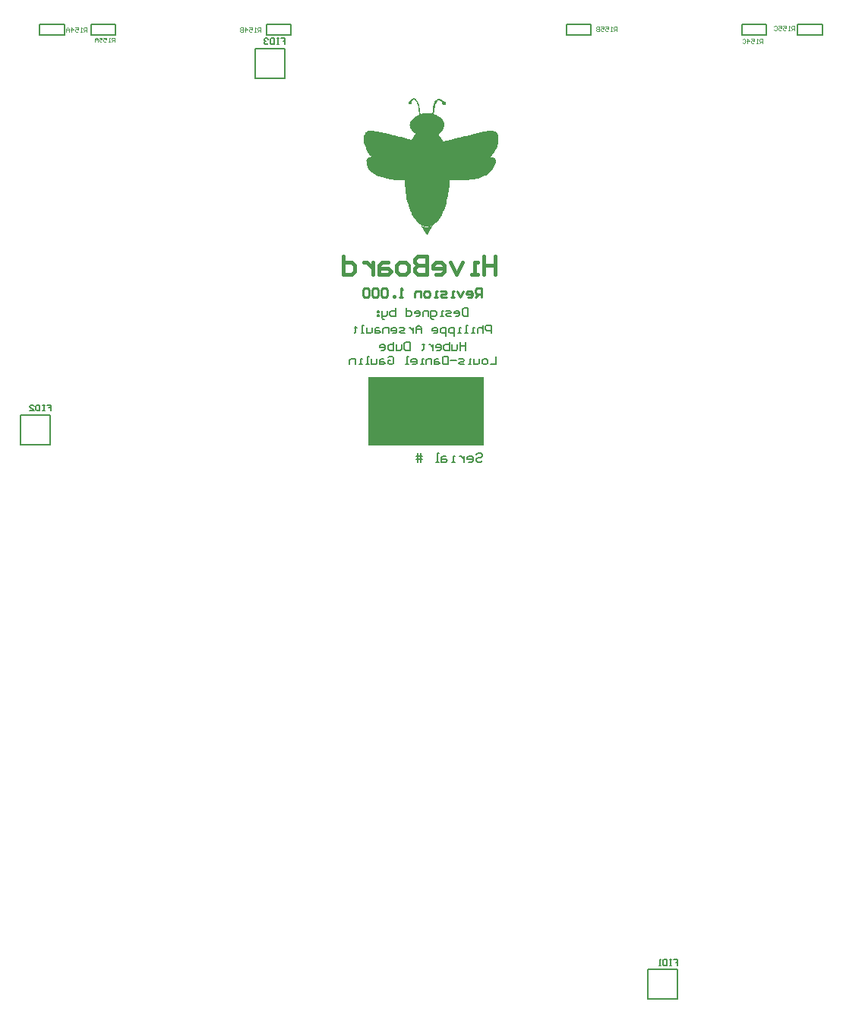
<source format=gbo>
G04*
G04 #@! TF.GenerationSoftware,Altium Limited,Altium Designer,20.1.11 (218)*
G04*
G04 Layer_Color=32896*
%FSLAX24Y24*%
%MOIN*%
G70*
G04*
G04 #@! TF.SameCoordinates,8E8D3587-AC64-4FAB-BC23-9619E2EF9FFF*
G04*
G04*
G04 #@! TF.FilePolarity,Positive*
G04*
G01*
G75*
%ADD11C,0.0157*%
%ADD12C,0.0050*%
%ADD17C,0.0079*%
%ADD18C,0.0060*%
%ADD23C,0.0047*%
%ADD344C,0.0090*%
%ADD345C,0.0080*%
%ADD346R,0.5086X0.3033*%
G36*
X21035Y39847D02*
X21050Y39840D01*
X21065Y39829D01*
X21087Y39815D01*
X21108Y39796D01*
X21130Y39767D01*
X21152Y39731D01*
X21178Y39687D01*
X21200Y39632D01*
X21221Y39567D01*
X21243Y39490D01*
X21261Y39399D01*
X21269Y39348D01*
X21280Y39297D01*
X21283Y39239D01*
X21291Y39177D01*
Y39166D01*
X21294D01*
X21298Y39158D01*
X21302D01*
X21316Y39162D01*
X21342Y39169D01*
X21371Y39177D01*
X21404Y39180D01*
X21440Y39188D01*
X21520Y39191D01*
X21655D01*
X21681Y39188D01*
X21710D01*
X21739Y39184D01*
X21808Y39169D01*
Y39173D01*
X21812Y39177D01*
X21816Y39191D01*
Y39195D01*
Y39206D01*
Y39220D01*
X21819Y39239D01*
Y39264D01*
X21823Y39297D01*
X21826Y39330D01*
X21834Y39366D01*
X21848Y39450D01*
X21874Y39545D01*
X21907Y39643D01*
X21950Y39745D01*
X21954Y39749D01*
X21961Y39756D01*
X21972Y39771D01*
X21990Y39785D01*
X22009Y39800D01*
X22027Y39815D01*
X22049Y39822D01*
X22067Y39826D01*
X22125D01*
X22140Y39818D01*
X22162Y39811D01*
X22187Y39796D01*
X22224Y39778D01*
X22260Y39749D01*
X22308Y39713D01*
X22322D01*
X22337Y39709D01*
X22355Y39702D01*
X22373Y39694D01*
X22388Y39680D01*
X22399Y39661D01*
X22402Y39636D01*
Y39618D01*
Y39614D01*
Y39607D01*
X22399Y39592D01*
X22391Y39581D01*
X22380Y39567D01*
X22366Y39552D01*
X22344Y39545D01*
X22315Y39541D01*
X22311D01*
X22304Y39545D01*
X22278Y39559D01*
X22253Y39581D01*
X22246Y39600D01*
X22242Y39618D01*
Y39629D01*
X22249Y39676D01*
X22246Y39680D01*
X22235Y39691D01*
X22216Y39705D01*
X22198Y39720D01*
X22173Y39734D01*
X22147Y39749D01*
X22122Y39760D01*
X22100Y39764D01*
X22078D01*
X22060Y39753D01*
X22049Y39745D01*
X22034Y39731D01*
X22020Y39713D01*
X22005Y39691D01*
X21987Y39658D01*
X21969Y39618D01*
X21950Y39570D01*
X21936Y39512D01*
X21918Y39443D01*
X21903Y39363D01*
X21888Y39271D01*
X21877Y39166D01*
Y39162D01*
Y39158D01*
X21881Y39155D01*
X21885Y39151D01*
X21888D01*
X21896Y39148D01*
X21907Y39144D01*
X21925Y39137D01*
X21969Y39118D01*
X22023Y39097D01*
X22082Y39064D01*
X22140Y39024D01*
X22198Y38976D01*
X22249Y38922D01*
X22253Y38918D01*
X22264Y38903D01*
X22278Y38881D01*
X22293Y38852D01*
X22308Y38819D01*
X22322Y38779D01*
X22333Y38739D01*
X22337Y38692D01*
Y38688D01*
Y38681D01*
Y38670D01*
X22333Y38652D01*
X22329Y38634D01*
X22322Y38612D01*
X22304Y38557D01*
X22293Y38524D01*
X22275Y38495D01*
X22257Y38462D01*
X22231Y38429D01*
X22202Y38397D01*
X22169Y38364D01*
X22129Y38331D01*
X22085Y38302D01*
X22078Y38273D01*
X22082Y38269D01*
X22093Y38255D01*
X22111Y38229D01*
X22133Y38196D01*
X22162Y38156D01*
X22191Y38105D01*
X22224Y38050D01*
X22260Y37988D01*
X22264Y37985D01*
X22275Y37977D01*
X22289Y37967D01*
X22300Y37963D01*
X22308D01*
X22319Y37967D01*
X22340Y37970D01*
X22370Y37974D01*
X22413Y37985D01*
X22439Y37988D01*
X22468Y37996D01*
X22504Y38003D01*
X22541Y38014D01*
X22585Y38021D01*
X22632Y38032D01*
X22683Y38047D01*
X22741Y38061D01*
X22803Y38076D01*
X22873Y38091D01*
X22949Y38112D01*
X23029Y38131D01*
X23117Y38152D01*
X23212Y38174D01*
X23314Y38203D01*
X23419Y38229D01*
X23536Y38258D01*
X23660Y38291D01*
X23791Y38324D01*
X23930Y38360D01*
X23933D01*
X23941Y38364D01*
X23955Y38368D01*
X23977Y38371D01*
X23999Y38375D01*
X24028Y38378D01*
X24094Y38393D01*
X24167Y38404D01*
X24243Y38411D01*
X24320Y38419D01*
X24389Y38422D01*
X24436D01*
X24454Y38419D01*
X24495Y38411D01*
X24542Y38400D01*
X24589Y38378D01*
X24637Y38346D01*
X24655Y38324D01*
X24673Y38302D01*
X24688Y38273D01*
X24699Y38240D01*
Y38233D01*
X24702Y38218D01*
X24706Y38193D01*
X24710Y38163D01*
X24713Y38098D01*
X24717Y38069D01*
Y38043D01*
Y38039D01*
Y38025D01*
X24713Y38003D01*
X24710Y37974D01*
X24706Y37934D01*
X24699Y37894D01*
X24688Y37843D01*
X24673Y37792D01*
X24651Y37733D01*
X24629Y37671D01*
X24600Y37609D01*
X24564Y37544D01*
X24520Y37474D01*
X24473Y37409D01*
X24418Y37340D01*
X24352Y37274D01*
X24382D01*
X24400Y37270D01*
X24436Y37267D01*
X24484Y37256D01*
X24527Y37238D01*
X24567Y37208D01*
X24582Y37194D01*
X24593Y37172D01*
X24600Y37146D01*
X24604Y37121D01*
Y37117D01*
Y37114D01*
X24600Y37092D01*
X24597Y37055D01*
X24586Y37012D01*
X24571Y36957D01*
X24549Y36895D01*
X24513Y36826D01*
X24469Y36756D01*
X24414Y36684D01*
X24382Y36647D01*
X24341Y36611D01*
X24301Y36574D01*
X24258Y36541D01*
X24207Y36505D01*
X24152Y36472D01*
X24094Y36443D01*
X24032Y36414D01*
X23962Y36385D01*
X23890Y36359D01*
X23809Y36337D01*
X23726Y36315D01*
X23634Y36297D01*
X23536Y36283D01*
X23525D01*
X23514Y36279D01*
X23500D01*
X23463Y36275D01*
X23412Y36272D01*
X23354Y36268D01*
X23292Y36264D01*
X23226Y36261D01*
X22851D01*
X22796Y36264D01*
X22661D01*
X22574Y36268D01*
X22559Y36250D01*
Y36228D01*
Y36221D01*
Y36206D01*
X22563Y36191D01*
X22566Y36181D01*
Y36177D01*
Y36162D01*
Y36140D01*
X22563Y36108D01*
Y36071D01*
X22559Y36020D01*
X22552Y35965D01*
X22545Y35903D01*
X22534Y35831D01*
X22523Y35750D01*
X22508Y35663D01*
X22493Y35568D01*
X22472Y35466D01*
X22450Y35357D01*
X22421Y35244D01*
X22391Y35120D01*
Y35116D01*
X22388Y35105D01*
X22380Y35087D01*
X22370Y35062D01*
X22359Y35032D01*
X22344Y35000D01*
X22329Y34963D01*
X22311Y34919D01*
X22271Y34828D01*
X22224Y34733D01*
X22173Y34639D01*
X22114Y34548D01*
X22111Y34544D01*
X22103Y34533D01*
X22089Y34518D01*
X22071Y34497D01*
X22045Y34471D01*
X22020Y34442D01*
X21987Y34413D01*
X21954Y34384D01*
X21877Y34322D01*
X21834Y34292D01*
X21790Y34267D01*
X21746Y34245D01*
X21703Y34230D01*
X21655Y34220D01*
X21608Y34216D01*
X21528D01*
X21509Y34220D01*
X21484Y34227D01*
X21451Y34238D01*
X21411Y34252D01*
X21367Y34271D01*
X21320Y34300D01*
X21269Y34336D01*
X21214Y34380D01*
X21156Y34435D01*
X21097Y34500D01*
X21039Y34577D01*
X20977Y34664D01*
X20948Y34715D01*
X20915Y34770D01*
X20886Y34825D01*
X20857Y34887D01*
X20853Y34894D01*
X20850Y34912D01*
X20839Y34938D01*
X20824Y34974D01*
X20810Y35018D01*
X20795Y35065D01*
X20777Y35120D01*
X20758Y35175D01*
X20718Y35287D01*
X20704Y35339D01*
X20689Y35390D01*
X20675Y35437D01*
X20664Y35477D01*
X20660Y35510D01*
X20656Y35532D01*
X20594Y36133D01*
Y36250D01*
X20587D01*
X20569Y36253D01*
X20551Y36257D01*
X20532Y36261D01*
X20500Y36257D01*
X20492D01*
X20474Y36261D01*
X20467D01*
X20445Y36257D01*
X20398D01*
X20368Y36261D01*
X20303D01*
X20266Y36264D01*
X20223Y36268D01*
X20175Y36272D01*
X20073Y36283D01*
X19960Y36301D01*
X19844Y36323D01*
X19723Y36348D01*
X19599Y36381D01*
X19479Y36425D01*
X19362Y36472D01*
X19253Y36530D01*
X19155Y36600D01*
X19111Y36636D01*
X19071Y36676D01*
X19034Y36720D01*
X19002Y36767D01*
X18998Y36775D01*
X18987Y36797D01*
X18972Y36826D01*
X18958Y36869D01*
X18943Y36924D01*
X18929Y36986D01*
X18918Y37055D01*
X18914Y37132D01*
Y37139D01*
X18918Y37154D01*
X18925Y37176D01*
X18943Y37205D01*
X18972Y37230D01*
X18991Y37241D01*
X19013Y37252D01*
X19042Y37259D01*
X19074Y37267D01*
X19111Y37274D01*
X19162D01*
X19158Y37278D01*
X19147Y37289D01*
X19129Y37310D01*
X19107Y37336D01*
X19078Y37369D01*
X19049Y37405D01*
X19016Y37453D01*
X18983Y37500D01*
X18947Y37555D01*
X18914Y37617D01*
X18885Y37679D01*
X18859Y37748D01*
X18834Y37821D01*
X18816Y37894D01*
X18805Y37970D01*
X18801Y38050D01*
Y38054D01*
Y38061D01*
Y38076D01*
X18805Y38091D01*
X18808Y38134D01*
X18816Y38189D01*
X18830Y38244D01*
X18852Y38298D01*
X18881Y38349D01*
X18900Y38371D01*
X18921Y38389D01*
X18925D01*
X18936Y38393D01*
X18954Y38400D01*
X18980Y38408D01*
X19005Y38411D01*
X19038Y38419D01*
X19104Y38422D01*
X19158D01*
X19180Y38419D01*
X19213D01*
X19253Y38411D01*
X19308Y38404D01*
X19373Y38393D01*
X19450Y38378D01*
X19497Y38371D01*
X19545Y38360D01*
X19596Y38353D01*
X19654Y38338D01*
X19712Y38327D01*
X19778Y38313D01*
X19844Y38295D01*
X19916Y38280D01*
X19993Y38262D01*
X20077Y38240D01*
X20161Y38218D01*
X20252Y38196D01*
X20347Y38171D01*
X20449Y38142D01*
X20554Y38112D01*
X20664Y38083D01*
X20667D01*
X20675Y38080D01*
X20686D01*
X20700Y38076D01*
X20737Y38065D01*
X20780Y38054D01*
X20824Y38043D01*
X20864Y38036D01*
X20893Y38029D01*
X20904Y38025D01*
X20912D01*
X21072Y38280D01*
Y38302D01*
X21068Y38306D01*
X21061Y38309D01*
X21050Y38316D01*
X21032Y38331D01*
X20992Y38364D01*
X20944Y38411D01*
X20897Y38466D01*
X20857Y38532D01*
X20839Y38568D01*
X20828Y38608D01*
X20820Y38648D01*
X20817Y38692D01*
Y38696D01*
Y38703D01*
X20820Y38717D01*
X20824Y38736D01*
X20828Y38761D01*
X20839Y38787D01*
X20850Y38816D01*
X20868Y38849D01*
X20890Y38885D01*
X20919Y38922D01*
X20952Y38958D01*
X20992Y38998D01*
X21039Y39035D01*
X21094Y39071D01*
X21156Y39107D01*
X21229Y39144D01*
Y39151D01*
X21225Y39169D01*
Y39202D01*
X21218Y39242D01*
X21214Y39290D01*
X21203Y39341D01*
X21196Y39399D01*
X21185Y39457D01*
X21156Y39574D01*
X21138Y39629D01*
X21119Y39676D01*
X21097Y39720D01*
X21072Y39756D01*
X21043Y39782D01*
X21014Y39793D01*
X20999D01*
X20988Y39789D01*
X20974Y39782D01*
X20955Y39774D01*
X20933Y39760D01*
X20912Y39738D01*
X20886Y39713D01*
X20890Y39705D01*
X20897Y39691D01*
X20901Y39672D01*
X20904Y39658D01*
Y39651D01*
Y39647D01*
X20901Y39640D01*
X20890Y39614D01*
X20882Y39600D01*
X20868Y39585D01*
X20853Y39578D01*
X20831Y39574D01*
X20828D01*
X20820Y39578D01*
X20806Y39581D01*
X20791Y39585D01*
X20777Y39596D01*
X20762Y39607D01*
X20755Y39621D01*
X20751Y39643D01*
Y39665D01*
Y39669D01*
Y39672D01*
X20755Y39683D01*
X20762Y39694D01*
X20769Y39705D01*
X20784Y39720D01*
X20806Y39734D01*
X20831Y39745D01*
X20835Y39749D01*
X20846Y39764D01*
X20864Y39778D01*
X20886Y39800D01*
X20915Y39818D01*
X20944Y39836D01*
X20977Y39847D01*
X21014Y39851D01*
X21025D01*
X21035Y39847D01*
D02*
G37*
G36*
X21801Y34241D02*
X21808Y34238D01*
X21805Y34234D01*
X21801Y34223D01*
X21790Y34205D01*
X21775Y34179D01*
X21757Y34150D01*
X21739Y34117D01*
X21699Y34048D01*
X21659Y33979D01*
X21641Y33946D01*
X21622Y33917D01*
X21604Y33891D01*
X21593Y33870D01*
X21582Y33855D01*
X21575Y33848D01*
X21345Y34230D01*
Y34245D01*
X21349D01*
X21353Y34241D01*
X21374Y34238D01*
X21404Y34230D01*
X21440Y34223D01*
X21480Y34212D01*
X21517Y34205D01*
X21553Y34201D01*
X21579Y34198D01*
X21582D01*
X21597Y34201D01*
X21619Y34205D01*
X21648Y34209D01*
X21684Y34216D01*
X21721Y34223D01*
X21801Y34245D01*
Y34241D01*
D02*
G37*
D11*
X24578Y32922D02*
Y32135D01*
Y32528D01*
X24053D01*
Y32922D01*
Y32135D01*
X23791D02*
X23528D01*
X23660D01*
Y32659D01*
X23791D01*
X23135D02*
X22872Y32135D01*
X22610Y32659D01*
X21954Y32135D02*
X22216D01*
X22348Y32266D01*
Y32528D01*
X22216Y32659D01*
X21954D01*
X21823Y32528D01*
Y32397D01*
X22348D01*
X21560Y32922D02*
Y32135D01*
X21167D01*
X21036Y32266D01*
Y32397D01*
X21167Y32528D01*
X21560D01*
X21167D01*
X21036Y32659D01*
Y32791D01*
X21167Y32922D01*
X21560D01*
X20642Y32135D02*
X20380D01*
X20249Y32266D01*
Y32528D01*
X20380Y32659D01*
X20642D01*
X20773Y32528D01*
Y32266D01*
X20642Y32135D01*
X19855Y32659D02*
X19593D01*
X19461Y32528D01*
Y32135D01*
X19855D01*
X19986Y32266D01*
X19855Y32397D01*
X19461D01*
X19199Y32659D02*
Y32135D01*
Y32397D01*
X19068Y32528D01*
X18937Y32659D01*
X18805D01*
X17887Y32922D02*
Y32135D01*
X18281D01*
X18412Y32266D01*
Y32528D01*
X18281Y32659D01*
X17887D01*
D12*
X37850Y42612D02*
X38921D01*
Y43084D01*
X37850D02*
X38921D01*
X37850Y42612D02*
Y43084D01*
X4583D02*
X5653D01*
X4583Y42612D02*
Y43084D01*
Y42612D02*
X5653D01*
Y43084D01*
X6847Y42612D02*
X7917D01*
Y43084D01*
X6847D02*
X7917D01*
X6847Y42612D02*
Y43084D01*
X35390D02*
X36461D01*
X35390Y42612D02*
Y43084D01*
Y42612D02*
X36461D01*
Y43084D01*
X27713D02*
X28783D01*
X27713Y42612D02*
Y43084D01*
Y42612D02*
X28783D01*
Y43084D01*
X14524Y42612D02*
X15594D01*
Y43084D01*
X14524D02*
X15594D01*
X14524Y42612D02*
Y43084D01*
X31257Y352D02*
Y1652D01*
X32557Y352D02*
Y1652D01*
X31257Y352D02*
X32557D01*
X31257Y1652D02*
X32557D01*
X3740Y25970D02*
X5040D01*
X3740Y24670D02*
X5040D01*
Y25970D01*
X3740Y24670D02*
Y25970D01*
X14020Y42040D02*
X15320D01*
X14020Y40740D02*
X15320D01*
Y42040D01*
X14020Y40740D02*
Y42040D01*
D17*
X23726Y24232D02*
X23791Y24297D01*
X23922D01*
X23988Y24232D01*
Y24166D01*
X23922Y24101D01*
X23791D01*
X23726Y24035D01*
Y23970D01*
X23791Y23904D01*
X23922D01*
X23988Y23970D01*
X23398Y23904D02*
X23529D01*
X23594Y23970D01*
Y24101D01*
X23529Y24166D01*
X23398D01*
X23332Y24101D01*
Y24035D01*
X23594D01*
X23201Y24166D02*
Y23904D01*
Y24035D01*
X23135Y24101D01*
X23070Y24166D01*
X23004D01*
X22807Y23904D02*
X22676D01*
X22742D01*
Y24166D01*
X22807D01*
X22414D02*
X22283D01*
X22217Y24101D01*
Y23904D01*
X22414D01*
X22479Y23970D01*
X22414Y24035D01*
X22217D01*
X22086Y23904D02*
X21955D01*
X22020D01*
Y24297D01*
X22086D01*
X21299Y23904D02*
Y24297D01*
X21167D02*
Y23904D01*
X21364Y24166D02*
X21167D01*
X21102D01*
X21364Y24035D02*
X21102D01*
D18*
X15166Y42477D02*
X15339D01*
Y42347D01*
X15253D01*
X15339D01*
Y42217D01*
X15079Y42477D02*
X14993D01*
X15036D01*
Y42217D01*
X15079D01*
X14993D01*
X14863Y42477D02*
Y42217D01*
X14733D01*
X14690Y42260D01*
Y42433D01*
X14733Y42477D01*
X14863D01*
X14603Y42433D02*
X14560Y42477D01*
X14473D01*
X14430Y42433D01*
Y42390D01*
X14473Y42347D01*
X14516D01*
X14473D01*
X14430Y42303D01*
Y42260D01*
X14473Y42217D01*
X14560D01*
X14603Y42260D01*
X4886Y26407D02*
X5059D01*
Y26277D01*
X4973D01*
X5059D01*
Y26147D01*
X4799Y26407D02*
X4713D01*
X4756D01*
Y26147D01*
X4799D01*
X4713D01*
X4583Y26407D02*
Y26147D01*
X4453D01*
X4410Y26190D01*
Y26363D01*
X4453Y26407D01*
X4583D01*
X4150Y26147D02*
X4323D01*
X4150Y26320D01*
Y26363D01*
X4193Y26407D01*
X4280D01*
X4323Y26363D01*
X32403Y2089D02*
X32576D01*
Y1959D01*
X32490D01*
X32576D01*
Y1829D01*
X32317Y2089D02*
X32230D01*
X32273D01*
Y1829D01*
X32317D01*
X32230D01*
X32100Y2089D02*
Y1829D01*
X31970D01*
X31927Y1872D01*
Y2046D01*
X31970Y2089D01*
X32100D01*
X31840Y1829D02*
X31753D01*
X31797D01*
Y2089D01*
X31840Y2046D01*
D23*
X37697Y42820D02*
Y43017D01*
X37598D01*
X37565Y42984D01*
Y42918D01*
X37598Y42885D01*
X37697D01*
X37631D02*
X37565Y42820D01*
X37500D02*
X37434D01*
X37467D01*
Y43017D01*
X37500Y42984D01*
X37205Y43017D02*
X37336D01*
Y42918D01*
X37270Y42951D01*
X37237D01*
X37205Y42918D01*
Y42853D01*
X37237Y42820D01*
X37303D01*
X37336Y42853D01*
X37008Y43017D02*
X37139D01*
Y42918D01*
X37073Y42951D01*
X37041D01*
X37008Y42918D01*
Y42853D01*
X37041Y42820D01*
X37106D01*
X37139Y42853D01*
X36811Y42984D02*
X36844Y43017D01*
X36909D01*
X36942Y42984D01*
Y42853D01*
X36909Y42820D01*
X36844D01*
X36811Y42853D01*
X29895Y42785D02*
Y42982D01*
X29797D01*
X29764Y42949D01*
Y42883D01*
X29797Y42850D01*
X29895D01*
X29830D02*
X29764Y42785D01*
X29699D02*
X29633D01*
X29666D01*
Y42982D01*
X29699Y42949D01*
X29404Y42982D02*
X29535D01*
Y42883D01*
X29469Y42916D01*
X29436D01*
X29404Y42883D01*
Y42818D01*
X29436Y42785D01*
X29502D01*
X29535Y42818D01*
X29207Y42982D02*
X29338D01*
Y42883D01*
X29272Y42916D01*
X29240D01*
X29207Y42883D01*
Y42818D01*
X29240Y42785D01*
X29305D01*
X29338Y42818D01*
X29141Y42982D02*
Y42785D01*
X29043D01*
X29010Y42818D01*
Y42850D01*
X29043Y42883D01*
X29141D01*
X29043D01*
X29010Y42916D01*
Y42949D01*
X29043Y42982D01*
X29141D01*
X7874Y42310D02*
Y42507D01*
X7775D01*
X7742Y42474D01*
Y42409D01*
X7775Y42376D01*
X7874D01*
X7808D02*
X7742Y42310D01*
X7677D02*
X7611D01*
X7644D01*
Y42507D01*
X7677Y42474D01*
X7382Y42507D02*
X7513D01*
Y42409D01*
X7447Y42442D01*
X7414D01*
X7382Y42409D01*
Y42343D01*
X7414Y42310D01*
X7480D01*
X7513Y42343D01*
X7185Y42507D02*
X7316D01*
Y42409D01*
X7250Y42442D01*
X7218D01*
X7185Y42409D01*
Y42343D01*
X7218Y42310D01*
X7283D01*
X7316Y42343D01*
X7119Y42310D02*
Y42442D01*
X7054Y42507D01*
X6988Y42442D01*
Y42310D01*
Y42409D01*
X7119D01*
X36303Y42272D02*
Y42469D01*
X36205D01*
X36172Y42436D01*
Y42370D01*
X36205Y42338D01*
X36303D01*
X36238D02*
X36172Y42272D01*
X36107D02*
X36041D01*
X36074D01*
Y42469D01*
X36107Y42436D01*
X35811Y42469D02*
X35943D01*
Y42370D01*
X35877Y42403D01*
X35844D01*
X35811Y42370D01*
Y42305D01*
X35844Y42272D01*
X35910D01*
X35943Y42305D01*
X35647Y42272D02*
Y42469D01*
X35746Y42370D01*
X35615D01*
X35418Y42436D02*
X35451Y42469D01*
X35516D01*
X35549Y42436D01*
Y42305D01*
X35516Y42272D01*
X35451D01*
X35418Y42305D01*
X14257Y42748D02*
Y42945D01*
X14159D01*
X14126Y42912D01*
Y42846D01*
X14159Y42813D01*
X14257D01*
X14191D02*
X14126Y42748D01*
X14060D02*
X13995D01*
X14027D01*
Y42945D01*
X14060Y42912D01*
X13765Y42945D02*
X13896D01*
Y42846D01*
X13831Y42879D01*
X13798D01*
X13765Y42846D01*
Y42781D01*
X13798Y42748D01*
X13863D01*
X13896Y42781D01*
X13601Y42748D02*
Y42945D01*
X13699Y42846D01*
X13568D01*
X13503Y42945D02*
Y42748D01*
X13404D01*
X13371Y42781D01*
Y42813D01*
X13404Y42846D01*
X13503D01*
X13404D01*
X13371Y42879D01*
Y42912D01*
X13404Y42945D01*
X13503D01*
X6630Y42763D02*
Y42960D01*
X6531D01*
X6499Y42927D01*
Y42862D01*
X6531Y42829D01*
X6630D01*
X6564D02*
X6499Y42763D01*
X6433D02*
X6367D01*
X6400D01*
Y42960D01*
X6433Y42927D01*
X6138Y42960D02*
X6269D01*
Y42862D01*
X6204Y42894D01*
X6171D01*
X6138Y42862D01*
Y42796D01*
X6171Y42763D01*
X6236D01*
X6269Y42796D01*
X5974Y42763D02*
Y42960D01*
X6072Y42862D01*
X5941D01*
X5876Y42763D02*
Y42894D01*
X5810Y42960D01*
X5744Y42894D01*
Y42763D01*
Y42862D01*
X5876D01*
D344*
X23977Y31118D02*
Y31518D01*
X23777D01*
X23711Y31451D01*
Y31318D01*
X23777Y31251D01*
X23977D01*
X23844D02*
X23711Y31118D01*
X23377D02*
X23511D01*
X23577Y31184D01*
Y31318D01*
X23511Y31384D01*
X23377D01*
X23311Y31318D01*
Y31251D01*
X23577D01*
X23178Y31384D02*
X23044Y31118D01*
X22911Y31384D01*
X22778Y31118D02*
X22644D01*
X22711D01*
Y31384D01*
X22778D01*
X22444Y31118D02*
X22245D01*
X22178Y31184D01*
X22245Y31251D01*
X22378D01*
X22444Y31318D01*
X22378Y31384D01*
X22178D01*
X22045Y31118D02*
X21911D01*
X21978D01*
Y31384D01*
X22045D01*
X21645Y31118D02*
X21511D01*
X21445Y31184D01*
Y31318D01*
X21511Y31384D01*
X21645D01*
X21711Y31318D01*
Y31184D01*
X21645Y31118D01*
X21311D02*
Y31384D01*
X21112D01*
X21045Y31318D01*
Y31118D01*
X20512D02*
X20378D01*
X20445D01*
Y31518D01*
X20512Y31451D01*
X20178Y31118D02*
Y31184D01*
X20112D01*
Y31118D01*
X20178D01*
X19845Y31451D02*
X19779Y31518D01*
X19645D01*
X19579Y31451D01*
Y31184D01*
X19645Y31118D01*
X19779D01*
X19845Y31184D01*
Y31451D01*
X19445D02*
X19379Y31518D01*
X19245D01*
X19179Y31451D01*
Y31184D01*
X19245Y31118D01*
X19379D01*
X19445Y31184D01*
Y31451D01*
X19046D02*
X18979Y31518D01*
X18846D01*
X18779Y31451D01*
Y31184D01*
X18846Y31118D01*
X18979D01*
X19046Y31184D01*
Y31451D01*
D345*
X23367Y30649D02*
Y30289D01*
X23187D01*
X23127Y30349D01*
Y30589D01*
X23187Y30649D01*
X23367D01*
X22827Y30289D02*
X22947D01*
X23007Y30349D01*
Y30469D01*
X22947Y30529D01*
X22827D01*
X22767Y30469D01*
Y30409D01*
X23007D01*
X22647Y30289D02*
X22467D01*
X22407Y30349D01*
X22467Y30409D01*
X22587D01*
X22647Y30469D01*
X22587Y30529D01*
X22407D01*
X22287Y30289D02*
X22167D01*
X22227D01*
Y30529D01*
X22287D01*
X21868Y30169D02*
X21808D01*
X21748Y30229D01*
Y30529D01*
X21927D01*
X21987Y30469D01*
Y30349D01*
X21927Y30289D01*
X21748D01*
X21628D02*
Y30529D01*
X21448D01*
X21388Y30469D01*
Y30289D01*
X21088D02*
X21208D01*
X21268Y30349D01*
Y30469D01*
X21208Y30529D01*
X21088D01*
X21028Y30469D01*
Y30409D01*
X21268D01*
X20668Y30649D02*
Y30289D01*
X20848D01*
X20908Y30349D01*
Y30469D01*
X20848Y30529D01*
X20668D01*
X20188Y30649D02*
Y30289D01*
X20008D01*
X19948Y30349D01*
Y30409D01*
Y30469D01*
X20008Y30529D01*
X20188D01*
X19828D02*
Y30349D01*
X19768Y30289D01*
X19588D01*
Y30229D01*
X19648Y30169D01*
X19708D01*
X19588Y30289D02*
Y30529D01*
X19468D02*
X19408D01*
Y30469D01*
X19468D01*
Y30529D01*
Y30349D02*
X19408D01*
Y30289D01*
X19468D01*
Y30349D01*
X24387Y29546D02*
Y29905D01*
X24207D01*
X24147Y29845D01*
Y29725D01*
X24207Y29665D01*
X24387D01*
X24027Y29905D02*
Y29546D01*
Y29725D01*
X23967Y29785D01*
X23847D01*
X23787Y29725D01*
Y29546D01*
X23667D02*
X23547D01*
X23607D01*
Y29785D01*
X23667D01*
X23367Y29546D02*
X23247D01*
X23307D01*
Y29905D01*
X23367D01*
X23067Y29546D02*
X22947D01*
X23007D01*
Y29785D01*
X23067D01*
X22767Y29426D02*
Y29785D01*
X22587D01*
X22527Y29725D01*
Y29606D01*
X22587Y29546D01*
X22767D01*
X22407Y29426D02*
Y29785D01*
X22227D01*
X22167Y29725D01*
Y29606D01*
X22227Y29546D01*
X22407D01*
X21868D02*
X21987D01*
X22047Y29606D01*
Y29725D01*
X21987Y29785D01*
X21868D01*
X21808Y29725D01*
Y29665D01*
X22047D01*
X21328Y29546D02*
Y29785D01*
X21208Y29905D01*
X21088Y29785D01*
Y29546D01*
Y29725D01*
X21328D01*
X20968Y29785D02*
Y29546D01*
Y29665D01*
X20908Y29725D01*
X20848Y29785D01*
X20788D01*
X20608Y29546D02*
X20428D01*
X20368Y29606D01*
X20428Y29665D01*
X20548D01*
X20608Y29725D01*
X20548Y29785D01*
X20368D01*
X20068Y29546D02*
X20188D01*
X20248Y29606D01*
Y29725D01*
X20188Y29785D01*
X20068D01*
X20008Y29725D01*
Y29665D01*
X20248D01*
X19888Y29546D02*
Y29785D01*
X19708D01*
X19648Y29725D01*
Y29546D01*
X19468Y29785D02*
X19348D01*
X19288Y29725D01*
Y29546D01*
X19468D01*
X19528Y29606D01*
X19468Y29665D01*
X19288D01*
X19168Y29785D02*
Y29606D01*
X19108Y29546D01*
X18928D01*
Y29785D01*
X18808Y29546D02*
X18689D01*
X18749D01*
Y29905D01*
X18808D01*
X18449Y29845D02*
Y29785D01*
X18509D01*
X18389D01*
X18449D01*
Y29606D01*
X18389Y29546D01*
X23277Y29162D02*
Y28802D01*
Y28982D01*
X23037D01*
Y29162D01*
Y28802D01*
X22917Y29042D02*
Y28862D01*
X22857Y28802D01*
X22677D01*
Y29042D01*
X22557Y29162D02*
Y28802D01*
X22377D01*
X22317Y28862D01*
Y28922D01*
Y28982D01*
X22377Y29042D01*
X22557D01*
X22017Y28802D02*
X22137D01*
X22197Y28862D01*
Y28982D01*
X22137Y29042D01*
X22017D01*
X21957Y28982D01*
Y28922D01*
X22197D01*
X21838Y29042D02*
Y28802D01*
Y28922D01*
X21778Y28982D01*
X21718Y29042D01*
X21658D01*
X21418Y29102D02*
Y29042D01*
X21478D01*
X21358D01*
X21418D01*
Y28862D01*
X21358Y28802D01*
X20818Y29162D02*
Y28802D01*
X20638D01*
X20578Y28862D01*
Y29102D01*
X20638Y29162D01*
X20818D01*
X20458Y29042D02*
Y28862D01*
X20398Y28802D01*
X20218D01*
Y29042D01*
X20098Y29162D02*
Y28802D01*
X19918D01*
X19858Y28862D01*
Y28922D01*
Y28982D01*
X19918Y29042D01*
X20098D01*
X19558Y28802D02*
X19678D01*
X19738Y28862D01*
Y28982D01*
X19678Y29042D01*
X19558D01*
X19498Y28982D01*
Y28922D01*
X19738D01*
X24597Y28538D02*
Y28178D01*
X24357D01*
X24177D02*
X24057D01*
X23997Y28238D01*
Y28358D01*
X24057Y28418D01*
X24177D01*
X24237Y28358D01*
Y28238D01*
X24177Y28178D01*
X23877Y28418D02*
Y28238D01*
X23817Y28178D01*
X23637D01*
Y28418D01*
X23517Y28178D02*
X23397D01*
X23457D01*
Y28418D01*
X23517D01*
X23217Y28178D02*
X23037D01*
X22977Y28238D01*
X23037Y28298D01*
X23157D01*
X23217Y28358D01*
X23157Y28418D01*
X22977D01*
X22857Y28358D02*
X22617D01*
X22497Y28538D02*
Y28178D01*
X22317D01*
X22257Y28238D01*
Y28478D01*
X22317Y28538D01*
X22497D01*
X22077Y28418D02*
X21957D01*
X21897Y28358D01*
Y28178D01*
X22077D01*
X22137Y28238D01*
X22077Y28298D01*
X21897D01*
X21778Y28178D02*
Y28418D01*
X21598D01*
X21538Y28358D01*
Y28178D01*
X21418D02*
X21298D01*
X21358D01*
Y28418D01*
X21418D01*
X20938Y28178D02*
X21058D01*
X21118Y28238D01*
Y28358D01*
X21058Y28418D01*
X20938D01*
X20878Y28358D01*
Y28298D01*
X21118D01*
X20758Y28178D02*
X20638D01*
X20698D01*
Y28538D01*
X20758D01*
X19858Y28478D02*
X19918Y28538D01*
X20038D01*
X20098Y28478D01*
Y28238D01*
X20038Y28178D01*
X19918D01*
X19858Y28238D01*
Y28358D01*
X19978D01*
X19678Y28418D02*
X19558D01*
X19498Y28358D01*
Y28178D01*
X19678D01*
X19738Y28238D01*
X19678Y28298D01*
X19498D01*
X19378Y28418D02*
Y28238D01*
X19318Y28178D01*
X19138D01*
Y28418D01*
X19018Y28178D02*
X18898D01*
X18958D01*
Y28538D01*
X19018D01*
X18719Y28178D02*
X18599D01*
X18659D01*
Y28418D01*
X18719D01*
X18419Y28178D02*
Y28418D01*
X18239D01*
X18179Y28358D01*
Y28178D01*
D346*
X21545Y26108D02*
D03*
M02*

</source>
